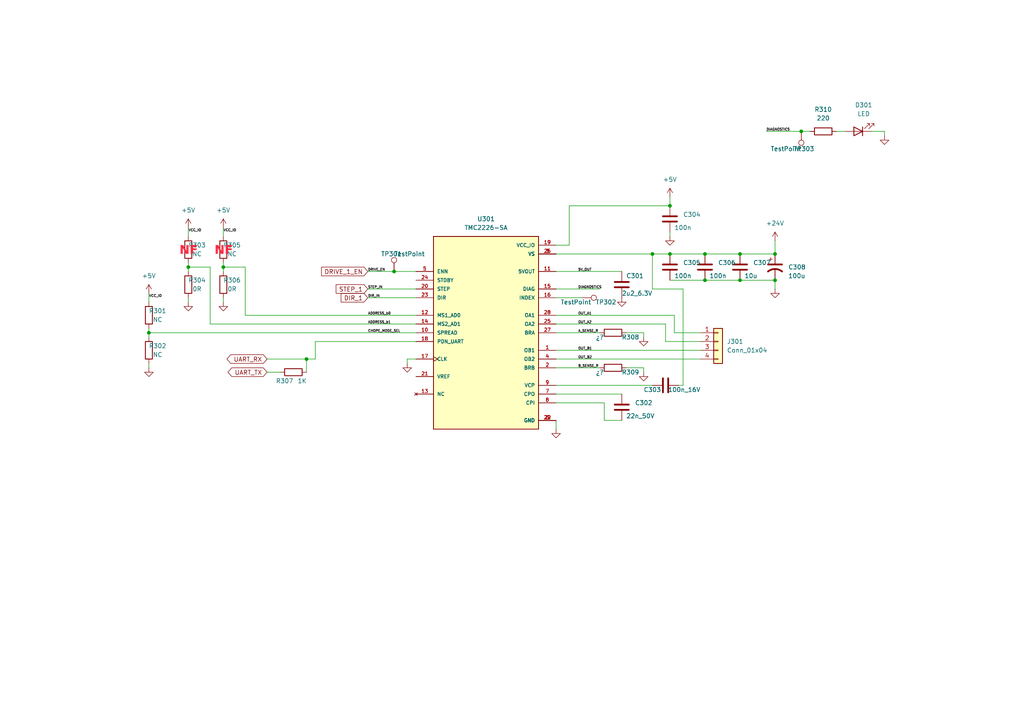
<source format=kicad_sch>
(kicad_sch (version 20230121) (generator eeschema)
  (paper "A4")
  (lib_symbols
    (symbol "Connector:TestPoint" (pin_numbers hide) (pin_names (offset 0.762) hide)
      (property "Reference" "TP" (at 0 6.858 0))
      (property "Value" "TestPoint" (at 0 5.08 0))
      (symbol "TestPoint_0_1"
        (circle (center 0 3.302) (radius 0.762))
      )
      (symbol "TestPoint_1_1"
        (pin passive line (at 0 0 90) (length 2.54) (name "1") (number "1"))
      )
    )
    (symbol "Connector_Generic:Conn_01x04" (pin_names (offset 1.016) hide)
      (property "Reference" "J" (at 0 5.08 0))
      (property "Value" "Conn_01x04" (at 0 -7.62 0))
      (symbol "Conn_01x04_1_1"
        (rectangle (start -1.27 -4.953) (end 0 -5.207) (stroke (width 0.1524)))
        (rectangle (start -1.27 -2.413) (end 0 -2.667) (stroke (width 0.1524)))
        (rectangle (start -1.27 0.127) (end 0 -0.127) (stroke (width 0.1524)))
        (rectangle (start -1.27 2.667) (end 0 2.413) (stroke (width 0.1524)))
        (rectangle (start -1.27 3.81) (end 1.27 -6.35) (stroke (width 0.254)) (fill (type background)))
        (pin passive line (at -5.08 2.54 0) (length 3.81) (name "Pin_1") (number "1"))
        (pin passive line (at -5.08 0 0) (length 3.81) (name "Pin_2") (number "2"))
        (pin passive line (at -5.08 -2.54 0) (length 3.81) (name "Pin_3") (number "3"))
        (pin passive line (at -5.08 -5.08 0) (length 3.81) (name "Pin_4") (number "4"))
      )
    )
    (symbol "Device:C" (pin_numbers hide) (pin_names (offset 0.254))
      (property "Reference" "C" (at 0.635 2.54 0))
      (property "Value" "C" (at 0.635 -2.54 0))
      (symbol "C_0_1"
        (polyline (pts (xy -2.032 -0.762) (xy 2.032 -0.762)) (stroke (width 0.508)))
        (polyline (pts (xy -2.032 0.762) (xy 2.032 0.762)) (stroke (width 0.508)))
      )
      (symbol "C_1_1"
        (pin passive line (at 0 3.81 270) (length 2.794) (name "~") (number "1"))
        (pin passive line (at 0 -3.81 90) (length 2.794) (name "~") (number "2"))
      )
    )
    (symbol "Device:C_Polarized_US" (pin_numbers hide) (pin_names (offset 0.254) hide)
      (property "Reference" "C" (at 0.635 2.54 0))
      (property "Value" "C_Polarized_US" (at 0.635 -2.54 0))
      (symbol "C_Polarized_US_0_1"
        (polyline (pts (xy -2.032 0.762) (xy 2.032 0.762)) (stroke (width 0.508)))
        (polyline (pts (xy -1.778 2.286) (xy -0.762 2.286)))
        (polyline (pts (xy -1.27 1.778) (xy -1.27 2.794)))
        (arc (start 2.032 -1.27) (mid 0 -0.5572) (end -2.032 -1.27) (stroke (width 0.508)))
      )
      (symbol "C_Polarized_US_1_1"
        (pin passive line (at 0 3.81 270) (length 2.794) (name "~") (number "1"))
        (pin passive line (at 0 -3.81 90) (length 3.302) (name "~") (number "2"))
      )
    )
    (symbol "Device:LED" (pin_numbers hide) (pin_names (offset 1.016) hide)
      (property "Reference" "D" (at 0 2.54 0))
      (property "Value" "LED" (at 0 -2.54 0))
      (symbol "LED_0_1"
        (polyline (pts (xy -1.27 -1.27) (xy -1.27 1.27)) (stroke (width 0.254)))
        (polyline (pts (xy -1.27 0) (xy 1.27 0)))
        (polyline (pts (xy 1.27 -1.27) (xy 1.27 1.27) (xy -1.27 0) (xy 1.27 -1.27)) (stroke (width 0.254)))
        (polyline (pts (xy -3.048 -0.762) (xy -4.572 -2.286) (xy -3.81 -2.286) (xy -4.572 -2.286) (xy -4.572 -1.524)))
        (polyline (pts (xy -1.778 -0.762) (xy -3.302 -2.286) (xy -2.54 -2.286) (xy -3.302 -2.286) (xy -3.302 -1.524)))
      )
      (symbol "LED_1_1"
        (pin passive line (at -3.81 0 0) (length 2.54) (name "K") (number "1"))
        (pin passive line (at 3.81 0 180) (length 2.54) (name "A") (number "2"))
      )
    )
    (symbol "Device:R" (pin_numbers hide) (pin_names (offset 0))
      (property "Reference" "R" (at 2.032 0 90))
      (property "Value" "R" (at 0 0 90))
      (symbol "R_0_1"
        (rectangle (start -1.016 -2.54) (end 1.016 2.54) (stroke (width 0.254)))
      )
      (symbol "R_1_1"
        (pin passive line (at 0 3.81 270) (length 1.27) (name "~") (number "1"))
        (pin passive line (at 0 -3.81 90) (length 1.27) (name "~") (number "2"))
      )
    )
    (symbol "TMC2226-SA:TMC2226-SA" (pin_names (offset 1.016))
      (property "Reference" "U" (at -15.24 28.702 0))
      (property "Value" "TMC2226-SA" (at -15.24 -28.702 0))
      (symbol "TMC2226-SA_0_0"
        (rectangle (start -15.24 -27.94) (end 15.24 27.94) (stroke (width 0.254)) (fill (type background)))
        (pin output line (at 20.32 -5.08 180) (length 5.08) (name "OB1") (number "1"))
        (pin input line (at -20.32 0 0) (length 5.08) (name "SPREAD") (number "10"))
        (pin output line (at 20.32 17.78 180) (length 5.08) (name "5VOUT") (number "11"))
        (pin input line (at -20.32 5.08 0) (length 5.08) (name "MS1_AD0") (number "12"))
        (pin no_connect line (at -20.32 -17.78 0) (length 5.08) (name "NC") (number "13"))
        (pin input line (at -20.32 2.54 0) (length 5.08) (name "MS2_AD1") (number "14"))
        (pin output line (at 20.32 12.7 180) (length 5.08) (name "DIAG") (number "15"))
        (pin output line (at 20.32 10.16 180) (length 5.08) (name "INDEX") (number "16"))
        (pin input clock (at -20.32 -7.62 0) (length 5.08) (name "CLK") (number "17"))
        (pin bidirectional line (at -20.32 -2.54 0) (length 5.08) (name "PDN_UART") (number "18"))
        (pin power_in line (at 20.32 25.4 180) (length 5.08) (name "VCC_IO") (number "19"))
        (pin passive line (at 20.32 -10.16 180) (length 5.08) (name "BRB") (number "2"))
        (pin input line (at -20.32 12.7 0) (length 5.08) (name "STEP") (number "20"))
        (pin input line (at -20.32 -12.7 0) (length 5.08) (name "VREF") (number "21"))
        (pin power_in line (at 20.32 -25.4 180) (length 5.08) (name "GND") (number "22"))
        (pin input line (at -20.32 10.16 0) (length 5.08) (name "DIR") (number "23"))
        (pin input line (at -20.32 15.24 0) (length 5.08) (name "STDBY") (number "24"))
        (pin output line (at 20.32 2.54 180) (length 5.08) (name "OA2") (number "25"))
        (pin power_in line (at 20.32 22.86 180) (length 5.08) (name "VS") (number "26"))
        (pin passive line (at 20.32 0 180) (length 5.08) (name "BRA") (number "27"))
        (pin output line (at 20.32 5.08 180) (length 5.08) (name "OA1") (number "28"))
        (pin power_in line (at 20.32 -25.4 180) (length 5.08) (name "GND") (number "29"))
        (pin power_in line (at 20.32 22.86 180) (length 5.08) (name "VS") (number "3"))
        (pin output line (at 20.32 -7.62 180) (length 5.08) (name "OB2") (number "4"))
        (pin input line (at -20.32 17.78 0) (length 5.08) (name "ENN") (number "5"))
        (pin power_in line (at 20.32 -25.4 180) (length 5.08) (name "GND") (number "6"))
        (pin passive line (at 20.32 -17.78 180) (length 5.08) (name "CPO") (number "7"))
        (pin passive line (at 20.32 -20.32 180) (length 5.08) (name "CPI") (number "8"))
        (pin passive line (at 20.32 -15.24 180) (length 5.08) (name "VCP") (number "9"))
      )
    )
    (symbol "power:+24V" (power) (pin_names (offset 0))
      (property "Value" "+24V" (at 0 3.556 0))
      (symbol "+24V_0_1"
        (polyline (pts (xy -0.762 1.27) (xy 0 2.54)))
        (polyline (pts (xy 0 0) (xy 0 2.54)))
        (polyline (pts (xy 0 2.54) (xy 0.762 1.27)))
      )
      (symbol "+24V_1_1"
        (pin power_in line (at 0 0 90) (length 0) hide (name "+24V") (number "1"))
      )
    )
    (symbol "power:+5V" (power) (pin_names (offset 0))
      (property "Value" "+5V" (at 0 3.556 0))
      (symbol "+5V_0_1"
        (polyline (pts (xy -0.762 1.27) (xy 0 2.54)))
        (polyline (pts (xy 0 0) (xy 0 2.54)))
        (polyline (pts (xy 0 2.54) (xy 0.762 1.27)))
      )
      (symbol "+5V_1_1"
        (pin power_in line (at 0 0 90) (length 0) hide (name "+5V") (number "1"))
      )
    )
    (symbol "power:GND" (power) (pin_names (offset 0))
      (property "Value" "GND" (at 0 -3.81 0))
      (symbol "GND_0_1"
        (polyline (pts (xy 0 0) (xy 0 -1.27) (xy 1.27 -1.27) (xy 0 -2.54) (xy -1.27 -1.27) (xy 0 -1.27)))
      )
      (symbol "GND_1_1"
        (pin power_in line (at 0 0 270) (length 0) hide (name "GND") (number "1"))
      )
    )
  )
  (junction (at 194.31 73.66))
  (junction (at 114.3 78.74))
  (junction (at 43.18 96.52))
  (junction (at 224.79 73.66))
  (junction (at 189.23 73.66))
  (junction (at 224.79 81.28))
  (junction (at 88.9 104.14))
  (junction (at 204.47 73.66))
  (junction (at 194.31 59.69))
  (junction (at 214.63 73.66))
  (junction (at 214.63 81.28))
  (junction (at 204.47 81.28))
  (junction (at 64.77 77.47))
  (junction (at 54.61 77.47))
  (junction (at 232.41 38.1))
  (wire (pts (xy 180.34 121.92) (xy 175.26 121.92)))
  (wire (pts (xy 224.79 69.85) (xy 224.79 73.66)))
  (wire (pts (xy 120.65 93.98) (xy 60.96 93.98)))
  (wire (pts (xy 204.47 73.66) (xy 214.63 73.66)))
  (wire (pts (xy 165.1 59.69) (xy 194.31 59.69)))
  (wire (pts (xy 186.69 106.68) (xy 186.69 107.95)))
  (wire (pts (xy 189.23 83.82) (xy 189.23 73.66)))
  (wire (pts (xy 203.2 99.06) (xy 193.04 99.06)))
  (wire (pts (xy 64.77 66.04) (xy 64.77 68.58)))
  (wire (pts (xy 64.77 77.47) (xy 64.77 78.74)))
  (wire (pts (xy 224.79 81.28) (xy 224.79 83.82)))
  (wire (pts (xy 181.61 106.68) (xy 186.69 106.68)))
  (wire (pts (xy 77.47 104.14) (xy 88.9 104.14)))
  (wire (pts (xy 118.11 104.14) (xy 120.65 104.14)))
  (wire (pts (xy 161.29 121.92) (xy 161.29 124.46)))
  (wire (pts (xy 54.61 66.04) (xy 54.61 68.58)))
  (wire (pts (xy 43.18 105.41) (xy 43.18 106.68)))
  (wire (pts (xy 194.31 81.28) (xy 204.47 81.28)))
  (wire (pts (xy 161.29 106.68) (xy 173.99 106.68)))
  (wire (pts (xy 256.54 38.1) (xy 256.54 39.37)))
  (wire (pts (xy 194.31 57.15) (xy 194.31 59.69)))
  (wire (pts (xy 161.29 114.3) (xy 180.34 114.3)))
  (wire (pts (xy 195.58 91.44) (xy 161.29 91.44)))
  (wire (pts (xy 43.18 96.52) (xy 120.65 96.52)))
  (wire (pts (xy 194.31 73.66) (xy 204.47 73.66)))
  (wire (pts (xy 106.68 86.36) (xy 120.65 86.36)))
  (wire (pts (xy 43.18 85.09) (xy 43.18 87.63)))
  (wire (pts (xy 252.73 38.1) (xy 256.54 38.1)))
  (wire (pts (xy 181.61 96.52) (xy 186.69 96.52)))
  (wire (pts (xy 43.18 96.52) (xy 43.18 95.25)))
  (wire (pts (xy 71.12 77.47) (xy 64.77 77.47)))
  (wire (pts (xy 43.18 96.52) (xy 43.18 97.79)))
  (wire (pts (xy 161.29 83.82) (xy 173.99 83.82)))
  (wire (pts (xy 198.12 83.82) (xy 189.23 83.82)))
  (wire (pts (xy 194.31 67.31) (xy 194.31 68.58)))
  (wire (pts (xy 204.47 81.28) (xy 214.63 81.28)))
  (wire (pts (xy 186.69 96.52) (xy 186.69 97.79)))
  (wire (pts (xy 91.44 104.14) (xy 91.44 99.06)))
  (wire (pts (xy 203.2 96.52) (xy 195.58 96.52)))
  (wire (pts (xy 198.12 111.76) (xy 196.85 111.76)))
  (wire (pts (xy 161.29 71.12) (xy 165.1 71.12)))
  (wire (pts (xy 189.23 73.66) (xy 194.31 73.66)))
  (wire (pts (xy 193.04 93.98) (xy 161.29 93.98)))
  (wire (pts (xy 161.29 104.14) (xy 203.2 104.14)))
  (wire (pts (xy 54.61 77.47) (xy 54.61 78.74)))
  (wire (pts (xy 175.26 116.84) (xy 161.29 116.84)))
  (wire (pts (xy 114.3 78.74) (xy 120.65 78.74)))
  (wire (pts (xy 106.68 83.82) (xy 120.65 83.82)))
  (wire (pts (xy 175.26 121.92) (xy 175.26 116.84)))
  (wire (pts (xy 161.29 78.74) (xy 180.34 78.74)))
  (wire (pts (xy 54.61 76.2) (xy 54.61 77.47)))
  (wire (pts (xy 88.9 104.14) (xy 91.44 104.14)))
  (wire (pts (xy 118.11 105.41) (xy 118.11 104.14)))
  (wire (pts (xy 54.61 86.36) (xy 54.61 87.63)))
  (wire (pts (xy 203.2 101.6) (xy 161.29 101.6)))
  (wire (pts (xy 64.77 76.2) (xy 64.77 77.47)))
  (wire (pts (xy 91.44 99.06) (xy 120.65 99.06)))
  (wire (pts (xy 193.04 99.06) (xy 193.04 93.98)))
  (wire (pts (xy 214.63 73.66) (xy 224.79 73.66)))
  (wire (pts (xy 161.29 73.66) (xy 189.23 73.66)))
  (wire (pts (xy 106.68 78.74) (xy 114.3 78.74)))
  (wire (pts (xy 88.9 104.14) (xy 88.9 107.95)))
  (wire (pts (xy 195.58 96.52) (xy 195.58 91.44)))
  (wire (pts (xy 222.25 38.1) (xy 232.41 38.1)))
  (wire (pts (xy 120.65 91.44) (xy 71.12 91.44)))
  (wire (pts (xy 165.1 71.12) (xy 165.1 59.69)))
  (wire (pts (xy 64.77 86.36) (xy 64.77 87.63)))
  (wire (pts (xy 71.12 91.44) (xy 71.12 77.47)))
  (wire (pts (xy 161.29 96.52) (xy 173.99 96.52)))
  (wire (pts (xy 161.29 111.76) (xy 189.23 111.76)))
  (wire (pts (xy 232.41 38.1) (xy 234.95 38.1)))
  (wire (pts (xy 60.96 77.47) (xy 54.61 77.47)))
  (wire (pts (xy 161.29 86.36) (xy 168.91 86.36)))
  (wire (pts (xy 242.57 38.1) (xy 245.11 38.1)))
  (wire (pts (xy 77.47 107.95) (xy 81.28 107.95)))
  (wire (pts (xy 214.63 81.28) (xy 224.79 81.28)))
  (wire (pts (xy 198.12 111.76) (xy 198.12 83.82)))
  (wire (pts (xy 60.96 93.98) (xy 60.96 77.47)))
  (text "NF" (at 62.23 74.93 0) (effects (font (size 2.5 2.5) (thickness 0.254) bold italic) (justify left bottom)))
  (text "NF" (at 52.07 74.93 0) (effects (font (size 2.5 2.5) (thickness 0.254) bold italic) (justify left bottom)))
  (label "OUT_B1" (at 167.64 101.6 0) (effects (font (size 0.7 0.7))))
  (label "OUT_A2" (at 167.64 93.98 0) (effects (font (size 0.7 0.7))))
  (label "DIAGNOSTICS" (at 167.64 83.82 0) (effects (font (size 0.7 0.7))))
  (label "OUT_B2" (at 167.64 104.14 0) (effects (font (size 0.7 0.7))))
  (label "DIR_IN" (at 106.68 86.36 0) (effects (font (size 0.7 0.7))))
  (label "STEP_IN" (at 106.68 83.82 0) (effects (font (size 0.7 0.7))))
  (label "DRIVE_EN" (at 106.68 78.74 0) (effects (font (size 0.7 0.7))))
  (label "VCC_IO" (at 43.18 86.36 0) (effects (font (size 0.7 0.7))))
  (label "ADDRESS_b1" (at 106.68 93.98 0) (effects (font (size 0.7 0.7))))
  (label "VCC_IO" (at 54.61 67.31 0) (effects (font (size 0.7 0.7))))
  (label "VCC_IO" (at 64.77 67.31 0) (effects (font (size 0.7 0.7))))
  (label "5V_OUT" (at 167.64 78.74 0) (effects (font (size 0.7 0.7))))
  (label "CHOPE_MODE_SEL" (at 106.68 96.52 0) (effects (font (size 0.7 0.7))))
  (label "DIAGNOSTICS" (at 222.25 38.1 0) (effects (font (size 0.7 0.7))))
  (label "B_SENSE_R" (at 167.64 106.68 0) (effects (font (size 0.7 0.7))))
  (label "A_SENSE_R" (at 167.64 96.52 0) (effects (font (size 0.7 0.7))))
  (label "ADDRESS_b0" (at 106.68 91.44 0) (effects (font (size 0.7 0.7))))
  (label "OUT_A1" (at 167.64 91.44 0) (effects (font (size 0.7 0.7))))
  (global_label "DRIVE_1_EN" (shape input) (at 106.68 78.74 180) (property "Intersheetrefs" "${INTERSHEET_REFS}" (effects hide)))
  (global_label "UART_TX" (shape bidirectional) (at 77.47 107.95 180) (property "Intersheetrefs" "${INTERSHEET_REFS}" (effects hide)))
  (global_label "DIR_1" (shape input) (at 106.68 86.36 180) (property "Intersheetrefs" "${INTERSHEET_REFS}" (effects hide)))
  (global_label "UART_RX" (shape bidirectional) (at 77.47 104.14 180) (property "Intersheetrefs" "${INTERSHEET_REFS}" (effects hide)))
  (global_label "STEP_1" (shape input) (at 106.68 83.82 180) (property "Intersheetrefs" "${INTERSHEET_REFS}" (effects hide)))
  (symbol (lib_id "Connector:TestPoint") (at 114.3 78.74 0) (unit 1)
    (property "Reference" "TP301" (at 110.49 73.66 0) (effects (justify left)))
    (property "Value" "TestPoint" (at 114.3 73.66 0) (effects (justify left)))
  )
  (symbol (lib_id "TMC2226-SA:TMC2226-SA") (at 140.97 96.52 0) (unit 1)
    (property "Reference" "U301" (at 140.97 63.5 0))
    (property "Value" "TMC2226-SA" (at 140.97 66.04 0))
    (property "Footprint" "TMC2226-SA:SOP65P640X120-29N" (effects hide))
    (property "MF" "Trinamic Motion Control GmbH" (effects hide))
    (property "MAXIMUM_PACKAGE_HEIGHT" "1.2mm" (effects hide))
    (property "Package" "None" (effects hide))
    (property "Price" "None" (effects hide))
    (property "Check_prices" "https://www.snapeda.com/parts/TMC2226-SA/Trinamic+Motion+Control+GmbH/view-part/?ref=eda" (effects hide))
    (property "STANDARD" "IPC 7351B" (effects hide))
    (property "PARTREV" "V1.08" (effects hide))
    (property "SnapEDA_Link" "https://www.snapeda.com/parts/TMC2226-SA/Trinamic+Motion+Control+GmbH/view-part/?ref=snap" (effects hide))
    (property "MP" "TMC2226-SA" (effects hide))
    (property "Description" "\nMotor Driver Step/Direction, UART 28-HTSSOP\n" (effects hide))
    (property "Availability" "In Stock" (effects hide))
    (property "MANUFACTURER" "Trinamic" (effects hide))
  )
  (symbol (lib_id "Device:R") (at 177.8 106.68 90) (unit 1)
    (property "Reference" "R309" (at 182.88 107.95 90))
    (property "Value" "¿?" (at 173.99 107.95 90))
  )
  (symbol (lib_id "Device:C") (at 180.34 118.11 0) (unit 1)
    (property "Reference" "C302" (at 184.15 116.84 0) (effects (justify left)))
    (property "Value" "22n_50V" (at 181.61 120.65 0) (effects (justify left)))
  )
  (symbol (lib_id "Device:C") (at 194.31 63.5 0) (unit 1)
    (property "Reference" "C304" (at 198.12 62.23 0) (effects (justify left)))
    (property "Value" "100n" (at 195.58 66.04 0) (effects (justify left)))
  )
  (symbol (lib_id "Device:C") (at 194.31 77.47 0) (unit 1)
    (property "Reference" "C305" (at 198.12 76.2 0) (effects (justify left)))
    (property "Value" "100n" (at 195.58 80.01 0) (effects (justify left)))
  )
  (symbol (lib_id "Device:C") (at 204.47 77.47 0) (unit 1)
    (property "Reference" "C306" (at 208.28 76.2 0) (effects (justify left)))
    (property "Value" "100n" (at 205.74 80.01 0) (effects (justify left)))
  )
  (symbol (lib_id "Device:R") (at 64.77 82.55 180) (unit 1)
    (property "Reference" "R306" (at 67.31 81.28 0))
    (property "Value" "0R" (at 67.31 83.82 0))
  )
  (symbol (lib_id "Device:C") (at 193.04 111.76 90) (unit 1)
    (property "Reference" "C303" (at 191.77 113.03 90) (effects (justify left)))
    (property "Value" "100n_16V" (at 203.2 113.03 90) (effects (justify left)))
  )
  (symbol (lib_id "power:+24V") (at 224.79 69.85 0) (unit 1)
    (property "Reference" "#PWR0314" (effects hide))
    (property "Value" "+24V" (at 224.79 64.77 0))
  )
  (symbol (lib_id "power:GND") (at 54.61 87.63 0) (unit 1)
    (property "Reference" "#PWR0304" (effects hide))
    (property "Value" "GND" (effects hide))
  )
  (symbol (lib_id "Device:C") (at 180.34 82.55 0) (unit 1)
    (property "Reference" "C301" (at 181.61 80.01 0) (effects (justify left)))
    (property "Value" "2u2_6.3V" (at 180.34 85.09 0) (effects (justify left)))
  )
  (symbol (lib_id "Device:R") (at 43.18 91.44 180) (unit 1)
    (property "Reference" "R301" (at 45.72 90.17 0))
    (property "Value" "NC" (at 45.72 92.71 0))
  )
  (symbol (lib_id "Connector:TestPoint") (at 168.91 86.36 270) (unit 1)
    (property "Reference" "TP302" (at 172.72 87.63 90) (effects (justify left)))
    (property "Value" "TestPoint" (at 162.56 87.63 90) (effects (justify left)))
  )
  (symbol (lib_id "Device:C") (at 214.63 77.47 0) (unit 1)
    (property "Reference" "C307" (at 218.44 76.2 0) (effects (justify left)))
    (property "Value" "10u" (at 215.9 80.01 0) (effects (justify left)))
  )
  (symbol (lib_id "Connector_Generic:Conn_01x04") (at 208.28 99.06 0) (unit 1)
    (property "Reference" "J301" (at 210.82 99.06 0) (effects (justify left)))
    (property "Value" "Conn_01x04" (at 210.82 101.6 0) (effects (justify left)))
  )
  (symbol (lib_id "power:GND") (at 43.18 106.68 0) (unit 1)
    (property "Reference" "#PWR0302" (effects hide))
    (property "Value" "GND" (effects hide))
  )
  (symbol (lib_id "power:GND") (at 64.77 87.63 0) (unit 1)
    (property "Reference" "#PWR0306" (effects hide))
    (property "Value" "GND" (effects hide))
  )
  (symbol (lib_id "power:GND") (at 224.79 83.82 0) (unit 1)
    (property "Reference" "#PWR0315" (effects hide))
    (property "Value" "GND" (effects hide))
  )
  (symbol (lib_id "power:GND") (at 256.54 39.37 0) (unit 1)
    (property "Reference" "#PWR0316" (effects hide))
    (property "Value" "GND" (effects hide))
  )
  (symbol (lib_id "Device:R") (at 238.76 38.1 90) (unit 1)
    (property "Reference" "R310" (at 238.76 31.75 90))
    (property "Value" "220" (at 238.76 34.29 90))
  )
  (symbol (lib_id "power:GND") (at 180.34 86.36 0) (unit 1)
    (property "Reference" "#PWR0309" (effects hide))
    (property "Value" "GND" (effects hide))
  )
  (symbol (lib_id "power:+5V") (at 54.61 66.04 0) (unit 1)
    (property "Reference" "#PWR0303" (effects hide))
    (property "Value" "+5V" (at 54.61 60.96 0))
  )
  (symbol (lib_id "Device:R") (at 43.18 101.6 180) (unit 1)
    (property "Reference" "R302" (at 45.72 100.33 0))
    (property "Value" "NC" (at 45.72 102.87 0))
  )
  (symbol (lib_id "power:+5V") (at 64.77 66.04 0) (unit 1)
    (property "Reference" "#PWR0305" (effects hide))
    (property "Value" "+5V" (at 64.77 60.96 0))
  )
  (symbol (lib_id "Device:LED") (at 248.92 38.1 180) (unit 1)
    (property "Reference" "D301" (at 250.5075 30.48 0))
    (property "Value" "LED" (at 250.5075 33.02 0))
  )
  (symbol (lib_id "power:GND") (at 161.29 124.46 0) (unit 1)
    (property "Reference" "#PWR0308" (effects hide))
    (property "Value" "GND" (effects hide))
  )
  (symbol (lib_id "power:GND") (at 118.11 105.41 0) (unit 1)
    (property "Reference" "#PWR0307" (effects hide))
    (property "Value" "GND" (effects hide))
  )
  (symbol (lib_id "power:GND") (at 194.31 68.58 0) (unit 1)
    (property "Reference" "#PWR0313" (effects hide))
    (property "Value" "GND" (effects hide))
  )
  (symbol (lib_id "Device:R") (at 54.61 72.39 180) (unit 1)
    (property "Reference" "R303" (at 57.15 71.12 0))
    (property "Value" "NC" (at 57.15 73.66 0))
  )
  (symbol (lib_id "power:GND") (at 186.69 107.95 0) (unit 1)
    (property "Reference" "#PWR0311" (effects hide))
    (property "Value" "GND" (effects hide))
  )
  (symbol (lib_id "Device:R") (at 64.77 72.39 180) (unit 1)
    (property "Reference" "R305" (at 67.31 71.12 0))
    (property "Value" "NC" (at 67.31 73.66 0))
  )
  (symbol (lib_id "Device:C_Polarized_US") (at 224.79 77.47 0) (unit 1)
    (property "Reference" "C308" (at 228.6 77.47 0) (effects (justify left)))
    (property "Value" "100u" (at 228.6 80.01 0) (effects (justify left)))
  )
  (symbol (lib_id "power:GND") (at 186.69 97.79 0) (unit 1)
    (property "Reference" "#PWR0310" (effects hide))
    (property "Value" "GND" (effects hide))
  )
  (symbol (lib_id "power:+5V") (at 194.31 57.15 0) (unit 1)
    (property "Reference" "#PWR0312" (effects hide))
    (property "Value" "+5V" (at 194.31 52.07 0))
  )
  (symbol (lib_id "Device:R") (at 177.8 96.52 90) (unit 1)
    (property "Reference" "R308" (at 182.88 97.79 90))
    (property "Value" "¿?" (at 173.99 97.79 90))
  )
  (symbol (lib_id "Connector:TestPoint") (at 232.41 38.1 180) (unit 1)
    (property "Reference" "TP303" (at 236.22 43.18 0) (effects (justify left)))
    (property "Value" "TestPoint" (at 232.41 43.18 0) (effects (justify left)))
  )
  (symbol (lib_id "Device:R") (at 85.09 107.95 270) (mirror x) (unit 1)
    (property "Reference" "R307" (at 82.55 110.49 90))
    (property "Value" "1K" (at 87.63 110.49 90))
  )
  (symbol (lib_id "power:+5V") (at 43.18 85.09 0) (unit 1)
    (property "Reference" "#PWR0301" (effects hide))
    (property "Value" "+5V" (at 43.18 80.01 0))
  )
  (symbol (lib_id "Device:R") (at 54.61 82.55 180) (unit 1)
    (property "Reference" "R304" (at 57.15 81.28 0))
    (property "Value" "0R" (at 57.15 83.82 0))
  )
)
</source>
